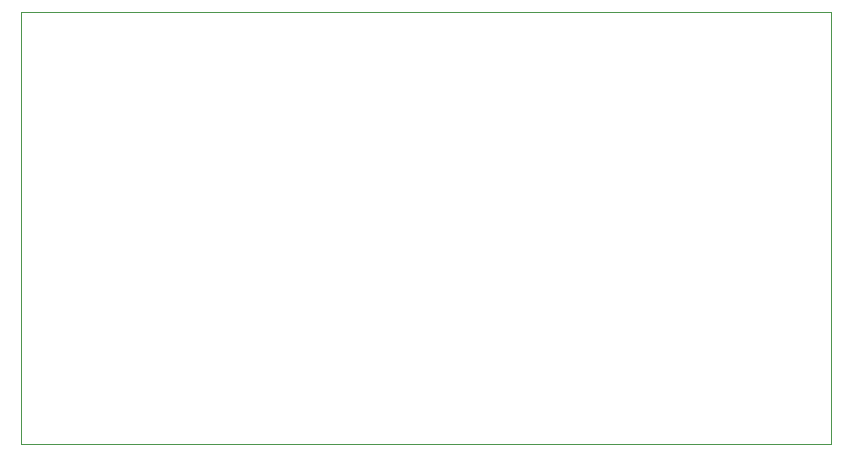
<source format=gbr>
G04 #@! TF.GenerationSoftware,KiCad,Pcbnew,5.1.5-52549c5~86~ubuntu19.04.1*
G04 #@! TF.CreationDate,2020-12-26T14:33:06+01:00*
G04 #@! TF.ProjectId,high-accuracy-logging-volt-ampmeter,68696768-2d61-4636-9375-726163792d6c,v1.0*
G04 #@! TF.SameCoordinates,Original*
G04 #@! TF.FileFunction,Profile,NP*
%FSLAX46Y46*%
G04 Gerber Fmt 4.6, Leading zero omitted, Abs format (unit mm)*
G04 Created by KiCad (PCBNEW 5.1.5-52549c5~86~ubuntu19.04.1) date 2020-12-26 14:33:06*
%MOMM*%
%LPD*%
G04 APERTURE LIST*
%ADD10C,0.100000*%
G04 APERTURE END LIST*
D10*
X106680000Y-72517000D02*
X106680000Y-109093000D01*
X106680000Y-109093000D02*
X175260000Y-109093000D01*
X175260000Y-72517000D02*
X175260000Y-109093000D01*
X106680000Y-72517000D02*
X175260000Y-72517000D01*
M02*

</source>
